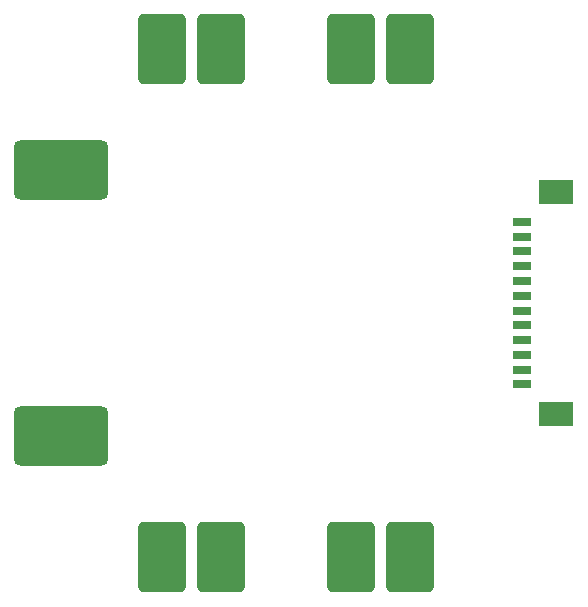
<source format=gbr>
%TF.GenerationSoftware,KiCad,Pcbnew,9.0.1*%
%TF.CreationDate,2025-07-05T19:11:37+01:00*%
%TF.ProjectId,PDB_AURA,5044425f-4155-4524-912e-6b696361645f,rev?*%
%TF.SameCoordinates,Original*%
%TF.FileFunction,Paste,Bot*%
%TF.FilePolarity,Positive*%
%FSLAX46Y46*%
G04 Gerber Fmt 4.6, Leading zero omitted, Abs format (unit mm)*
G04 Created by KiCad (PCBNEW 9.0.1) date 2025-07-05 19:11:37*
%MOMM*%
%LPD*%
G01*
G04 APERTURE LIST*
G04 Aperture macros list*
%AMRoundRect*
0 Rectangle with rounded corners*
0 $1 Rounding radius*
0 $2 $3 $4 $5 $6 $7 $8 $9 X,Y pos of 4 corners*
0 Add a 4 corners polygon primitive as box body*
4,1,4,$2,$3,$4,$5,$6,$7,$8,$9,$2,$3,0*
0 Add four circle primitives for the rounded corners*
1,1,$1+$1,$2,$3*
1,1,$1+$1,$4,$5*
1,1,$1+$1,$6,$7*
1,1,$1+$1,$8,$9*
0 Add four rect primitives between the rounded corners*
20,1,$1+$1,$2,$3,$4,$5,0*
20,1,$1+$1,$4,$5,$6,$7,0*
20,1,$1+$1,$6,$7,$8,$9,0*
20,1,$1+$1,$8,$9,$2,$3,0*%
G04 Aperture macros list end*
%ADD10RoundRect,0.500000X-3.500000X-2.000000X3.500000X-2.000000X3.500000X2.000000X-3.500000X2.000000X0*%
%ADD11RoundRect,0.400000X-1.600000X2.600000X-1.600000X-2.600000X1.600000X-2.600000X1.600000X2.600000X0*%
%ADD12RoundRect,0.400000X1.600000X-2.600000X1.600000X2.600000X-1.600000X2.600000X-1.600000X-2.600000X0*%
%ADD13R,1.600000X0.800000*%
%ADD14R,3.000000X2.100000*%
G04 APERTURE END LIST*
D10*
%TO.C,J102*%
X56000000Y-63750000D03*
%TD*%
%TO.C,J101*%
X56000000Y-86250000D03*
%TD*%
D11*
%TO.C,J312*%
X69500000Y-96500000D03*
%TD*%
%TO.C,J307*%
X80500000Y-53500000D03*
%TD*%
%TO.C,J306*%
X69500000Y-53500000D03*
%TD*%
D12*
%TO.C,J308*%
X85500000Y-53500000D03*
%TD*%
%TO.C,J309*%
X80500000Y-96500000D03*
%TD*%
D11*
%TO.C,J310*%
X85500000Y-96500000D03*
%TD*%
D13*
%TO.C,J302*%
X95008000Y-68125000D03*
X95008000Y-69375000D03*
X95008000Y-70625000D03*
X95008000Y-71875000D03*
X95008000Y-73125000D03*
X95008000Y-74375000D03*
X95008000Y-75625000D03*
X95008000Y-76875000D03*
X95008000Y-78125000D03*
X95008000Y-79375000D03*
X95008000Y-80625000D03*
X95008000Y-81875000D03*
D14*
X97908000Y-65575000D03*
X97908000Y-84425000D03*
%TD*%
D12*
%TO.C,J305*%
X64500000Y-53500000D03*
%TD*%
%TO.C,J311*%
X64500000Y-96500000D03*
%TD*%
M02*

</source>
